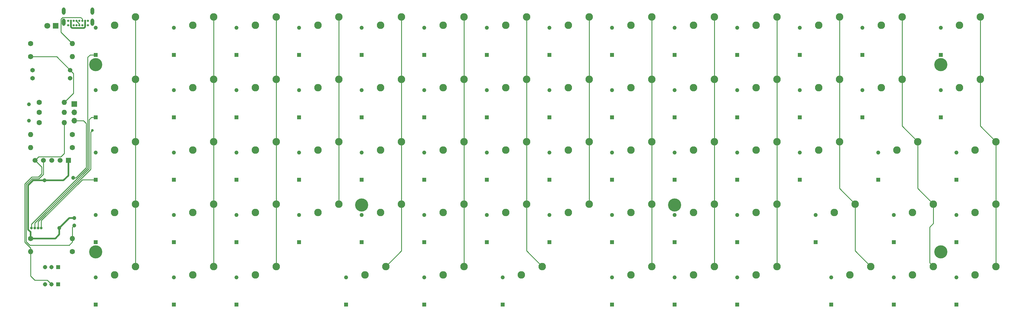
<source format=gbl>
%TF.GenerationSoftware,KiCad,Pcbnew,(6.0.2)*%
%TF.CreationDate,2022-02-18T22:42:53-07:00*%
%TF.ProjectId,Uniform,556e6966-6f72-46d2-9e6b-696361645f70,rev?*%
%TF.SameCoordinates,Original*%
%TF.FileFunction,Copper,L2,Bot*%
%TF.FilePolarity,Positive*%
%FSLAX46Y46*%
G04 Gerber Fmt 4.6, Leading zero omitted, Abs format (unit mm)*
G04 Created by KiCad (PCBNEW (6.0.2)) date 2022-02-18 22:42:53*
%MOMM*%
%LPD*%
G01*
G04 APERTURE LIST*
%TA.AperFunction,ComponentPad*%
%ADD10C,1.371600*%
%TD*%
%TA.AperFunction,ComponentPad*%
%ADD11C,1.600000*%
%TD*%
%TA.AperFunction,ComponentPad*%
%ADD12O,1.600000X1.600000*%
%TD*%
%TA.AperFunction,ComponentPad*%
%ADD13C,1.150000*%
%TD*%
%TA.AperFunction,ComponentPad*%
%ADD14R,1.508000X1.508000*%
%TD*%
%TA.AperFunction,ComponentPad*%
%ADD15C,1.508000*%
%TD*%
%TA.AperFunction,ComponentPad*%
%ADD16R,1.700000X1.700000*%
%TD*%
%TA.AperFunction,ComponentPad*%
%ADD17O,1.700000X1.700000*%
%TD*%
%TA.AperFunction,ComponentPad*%
%ADD18R,1.238000X1.238000*%
%TD*%
%TA.AperFunction,ComponentPad*%
%ADD19C,1.238000*%
%TD*%
%TA.AperFunction,ComponentPad*%
%ADD20C,2.286000*%
%TD*%
%TA.AperFunction,ComponentPad*%
%ADD21R,1.800000X1.800000*%
%TD*%
%TA.AperFunction,ComponentPad*%
%ADD22C,1.800000*%
%TD*%
%TA.AperFunction,ComponentPad*%
%ADD23R,1.308000X1.308000*%
%TD*%
%TA.AperFunction,ComponentPad*%
%ADD24C,1.308000*%
%TD*%
%TA.AperFunction,ComponentPad*%
%ADD25C,4.000000*%
%TD*%
%TA.AperFunction,ComponentPad*%
%ADD26C,0.650000*%
%TD*%
%TA.AperFunction,ComponentPad*%
%ADD27O,1.108000X2.216000*%
%TD*%
%TA.AperFunction,ViaPad*%
%ADD28C,1.200000*%
%TD*%
%TA.AperFunction,ViaPad*%
%ADD29C,0.800000*%
%TD*%
%TA.AperFunction,Conductor*%
%ADD30C,0.250000*%
%TD*%
%TA.AperFunction,Conductor*%
%ADD31C,0.500000*%
%TD*%
%TA.AperFunction,Conductor*%
%ADD32C,0.200000*%
%TD*%
G04 APERTURE END LIST*
D10*
%TO.P,C1,1*%
%TO.N,+5V*%
X54112500Y-127975000D03*
%TO.P,C1,2*%
%TO.N,GND*%
X54112500Y-125475000D03*
%TD*%
%TO.P,C2,1*%
%TO.N,+3V3*%
X42700000Y-125487500D03*
%TO.P,C2,2*%
%TO.N,GND*%
X42700000Y-127987500D03*
%TD*%
D11*
%TO.P,C3,1*%
%TO.N,+3V3*%
X44740000Y-141500000D03*
D12*
%TO.P,C3,2*%
%TO.N,GND*%
X52360000Y-141500000D03*
%TD*%
D11*
%TO.P,C4,1*%
%TO.N,+3V3*%
X44740000Y-135300000D03*
D12*
%TO.P,C4,2*%
%TO.N,GND*%
X52360000Y-135300000D03*
%TD*%
D11*
%TO.P,C5,1*%
%TO.N,+3V3*%
X44740000Y-138400000D03*
D12*
%TO.P,C5,2*%
%TO.N,GND*%
X52360000Y-138400000D03*
%TD*%
D13*
%TO.P,C6,1*%
%TO.N,+3V3*%
X41612500Y-140900000D03*
%TO.P,C6,2*%
%TO.N,GND*%
X41612500Y-135900000D03*
%TD*%
D14*
%TO.P,SWD,1,1*%
%TO.N,+3V3*%
X53587500Y-153000000D03*
D15*
%TO.P,SWD,2,2*%
%TO.N,SWDIO*%
X51047500Y-153000000D03*
%TO.P,SWD,3,3*%
%TO.N,SWCLK*%
X48507500Y-153000000D03*
%TO.P,SWD,4,4*%
%TO.N,RESET*%
X45967500Y-153000000D03*
%TO.P,SWD,5,5*%
%TO.N,GND*%
X43427500Y-153000000D03*
%TD*%
D16*
%TO.P,LED2,1,Pin_1*%
%TO.N,+5V*%
X55412500Y-135875000D03*
D17*
%TO.P,LED2,2,Pin_2*%
%TO.N,Net-(CON2-Pad2)*%
X55412500Y-138415000D03*
%TO.P,LED2,3,Pin_3*%
%TO.N,GND*%
X55412500Y-140955000D03*
%TD*%
D18*
%TO.P,D_0_0,1*%
%TO.N,R0*%
X61912500Y-120827250D03*
D19*
%TO.P,D_0_0,2*%
%TO.N,Net-(D_0_0-Pad2)*%
X61912500Y-112535250D03*
%TD*%
D18*
%TO.P,D_0_1,1*%
%TO.N,R0*%
X85725000Y-120827250D03*
D19*
%TO.P,D_0_1,2*%
%TO.N,Net-(D_0_1-Pad2)*%
X85725000Y-112535250D03*
%TD*%
D18*
%TO.P,D_0_2,1*%
%TO.N,R0*%
X104775000Y-120827250D03*
D19*
%TO.P,D_0_2,2*%
%TO.N,Net-(D_0_2-Pad2)*%
X104775000Y-112535250D03*
%TD*%
D18*
%TO.P,D_0_3,1*%
%TO.N,R0*%
X123825000Y-120827250D03*
D19*
%TO.P,D_0_3,2*%
%TO.N,Net-(D_0_3-Pad2)*%
X123825000Y-112535250D03*
%TD*%
D18*
%TO.P,D_0_4,1*%
%TO.N,R0*%
X142875000Y-120827250D03*
D19*
%TO.P,D_0_4,2*%
%TO.N,Net-(D_0_4-Pad2)*%
X142875000Y-112535250D03*
%TD*%
D18*
%TO.P,D_0_5,1*%
%TO.N,R0*%
X161925000Y-120827250D03*
D19*
%TO.P,D_0_5,2*%
%TO.N,Net-(D_0_5-Pad2)*%
X161925000Y-112535250D03*
%TD*%
D18*
%TO.P,D_0_6,1*%
%TO.N,R0*%
X180975000Y-120827250D03*
D19*
%TO.P,D_0_6,2*%
%TO.N,Net-(D_0_6-Pad2)*%
X180975000Y-112535250D03*
%TD*%
D18*
%TO.P,D_0_7,1*%
%TO.N,R0*%
X200025000Y-120827250D03*
D19*
%TO.P,D_0_7,2*%
%TO.N,Net-(D_0_7-Pad2)*%
X200025000Y-112535250D03*
%TD*%
D18*
%TO.P,D_0_8,1*%
%TO.N,R0*%
X219075000Y-120827250D03*
D19*
%TO.P,D_0_8,2*%
%TO.N,Net-(D_0_8-Pad2)*%
X219075000Y-112535250D03*
%TD*%
D18*
%TO.P,D_0_9,1*%
%TO.N,R0*%
X238125000Y-120827250D03*
D19*
%TO.P,D_0_9,2*%
%TO.N,Net-(D_0_9-Pad2)*%
X238125000Y-112535250D03*
%TD*%
D18*
%TO.P,D_0_10,1*%
%TO.N,R0*%
X257175000Y-120827250D03*
D19*
%TO.P,D_0_10,2*%
%TO.N,Net-(D_0_10-Pad2)*%
X257175000Y-112535250D03*
%TD*%
D18*
%TO.P,D_0_11,1*%
%TO.N,R0*%
X276225000Y-120827250D03*
D19*
%TO.P,D_0_11,2*%
%TO.N,Net-(D_0_11-Pad2)*%
X276225000Y-112535250D03*
%TD*%
D18*
%TO.P,D_0_12,1*%
%TO.N,R0*%
X295275000Y-120827250D03*
D19*
%TO.P,D_0_12,2*%
%TO.N,Net-(D_0_12-Pad2)*%
X295275000Y-112535250D03*
%TD*%
D18*
%TO.P,D_0_13,1*%
%TO.N,R0*%
X319087500Y-120827250D03*
D19*
%TO.P,D_0_13,2*%
%TO.N,Net-(D_0_13-Pad2)*%
X319087500Y-112535250D03*
%TD*%
D18*
%TO.P,D_1_0,1*%
%TO.N,R1*%
X61912500Y-139877250D03*
D19*
%TO.P,D_1_0,2*%
%TO.N,Net-(D_1_0-Pad2)*%
X61912500Y-131585250D03*
%TD*%
D18*
%TO.P,D_1_1,1*%
%TO.N,R1*%
X85725000Y-139877250D03*
D19*
%TO.P,D_1_1,2*%
%TO.N,Net-(D_1_1-Pad2)*%
X85725000Y-131585250D03*
%TD*%
D18*
%TO.P,D_1_2,1*%
%TO.N,R1*%
X104775000Y-139877250D03*
D19*
%TO.P,D_1_2,2*%
%TO.N,Net-(D_1_2-Pad2)*%
X104775000Y-131585250D03*
%TD*%
D18*
%TO.P,D_1_3,1*%
%TO.N,R1*%
X123825000Y-139877250D03*
D19*
%TO.P,D_1_3,2*%
%TO.N,Net-(D_1_3-Pad2)*%
X123825000Y-131585250D03*
%TD*%
D18*
%TO.P,D_1_4,1*%
%TO.N,R1*%
X142875000Y-139877250D03*
D19*
%TO.P,D_1_4,2*%
%TO.N,Net-(D_1_4-Pad2)*%
X142875000Y-131585250D03*
%TD*%
D18*
%TO.P,D_1_5,1*%
%TO.N,R1*%
X161925000Y-139877250D03*
D19*
%TO.P,D_1_5,2*%
%TO.N,Net-(D_1_5-Pad2)*%
X161925000Y-131585250D03*
%TD*%
D18*
%TO.P,D_1_6,1*%
%TO.N,R1*%
X180975000Y-139877250D03*
D19*
%TO.P,D_1_6,2*%
%TO.N,Net-(D_1_6-Pad2)*%
X180975000Y-131585250D03*
%TD*%
D18*
%TO.P,D_1_7,1*%
%TO.N,R1*%
X200025000Y-139877250D03*
D19*
%TO.P,D_1_7,2*%
%TO.N,Net-(D_1_7-Pad2)*%
X200025000Y-131585250D03*
%TD*%
D18*
%TO.P,D_1_8,1*%
%TO.N,R1*%
X219075000Y-139877250D03*
D19*
%TO.P,D_1_8,2*%
%TO.N,Net-(D_1_8-Pad2)*%
X219075000Y-131585250D03*
%TD*%
D18*
%TO.P,D_1_9,1*%
%TO.N,R1*%
X238125000Y-139877250D03*
D19*
%TO.P,D_1_9,2*%
%TO.N,Net-(D_1_9-Pad2)*%
X238125000Y-131585250D03*
%TD*%
D18*
%TO.P,D_1_10,1*%
%TO.N,R1*%
X257175000Y-139877250D03*
D19*
%TO.P,D_1_10,2*%
%TO.N,Net-(D_1_10-Pad2)*%
X257175000Y-131585250D03*
%TD*%
D18*
%TO.P,D_1_11,1*%
%TO.N,R1*%
X276225000Y-139877250D03*
D19*
%TO.P,D_1_11,2*%
%TO.N,Net-(D_1_11-Pad2)*%
X276225000Y-131585250D03*
%TD*%
D18*
%TO.P,D_1_12,1*%
%TO.N,R1*%
X295275000Y-139877250D03*
D19*
%TO.P,D_1_12,2*%
%TO.N,Net-(D_1_12-Pad2)*%
X295275000Y-131585250D03*
%TD*%
D18*
%TO.P,D_1_13,1*%
%TO.N,R1*%
X319087500Y-139877250D03*
D19*
%TO.P,D_1_13,2*%
%TO.N,Net-(D_1_13-Pad2)*%
X319087500Y-131585250D03*
%TD*%
D18*
%TO.P,D_2_0,1*%
%TO.N,R2*%
X61912500Y-158927250D03*
D19*
%TO.P,D_2_0,2*%
%TO.N,Net-(D_2_0-Pad2)*%
X61912500Y-150635250D03*
%TD*%
D18*
%TO.P,D_2_1,1*%
%TO.N,R2*%
X85725000Y-158927250D03*
D19*
%TO.P,D_2_1,2*%
%TO.N,Net-(D_2_1-Pad2)*%
X85725000Y-150635250D03*
%TD*%
D18*
%TO.P,D_2_2,1*%
%TO.N,R2*%
X104775000Y-158927250D03*
D19*
%TO.P,D_2_2,2*%
%TO.N,Net-(D_2_2-Pad2)*%
X104775000Y-150635250D03*
%TD*%
D18*
%TO.P,D_2_3,1*%
%TO.N,R2*%
X123825000Y-158927250D03*
D19*
%TO.P,D_2_3,2*%
%TO.N,Net-(D_2_3-Pad2)*%
X123825000Y-150635250D03*
%TD*%
D18*
%TO.P,D_2_4,1*%
%TO.N,R2*%
X142875000Y-158927250D03*
D19*
%TO.P,D_2_4,2*%
%TO.N,Net-(D_2_4-Pad2)*%
X142875000Y-150635250D03*
%TD*%
D18*
%TO.P,D_2_5,1*%
%TO.N,R2*%
X161925000Y-158927250D03*
D19*
%TO.P,D_2_5,2*%
%TO.N,Net-(D_2_5-Pad2)*%
X161925000Y-150635250D03*
%TD*%
D18*
%TO.P,D_2_6,1*%
%TO.N,R2*%
X180975000Y-158927250D03*
D19*
%TO.P,D_2_6,2*%
%TO.N,Net-(D_2_6-Pad2)*%
X180975000Y-150635250D03*
%TD*%
D18*
%TO.P,D_2_7,1*%
%TO.N,R2*%
X200025000Y-158927250D03*
D19*
%TO.P,D_2_7,2*%
%TO.N,Net-(D_2_7-Pad2)*%
X200025000Y-150635250D03*
%TD*%
D18*
%TO.P,D_2_8,1*%
%TO.N,R2*%
X219075000Y-158927250D03*
D19*
%TO.P,D_2_8,2*%
%TO.N,Net-(D_2_8-Pad2)*%
X219075000Y-150635250D03*
%TD*%
D18*
%TO.P,D_2_9,1*%
%TO.N,R2*%
X238125000Y-158927250D03*
D19*
%TO.P,D_2_9,2*%
%TO.N,Net-(D_2_9-Pad2)*%
X238125000Y-150635250D03*
%TD*%
D18*
%TO.P,D_2_10,1*%
%TO.N,R2*%
X257175000Y-158927250D03*
D19*
%TO.P,D_2_10,2*%
%TO.N,Net-(D_2_10-Pad2)*%
X257175000Y-150635250D03*
%TD*%
D18*
%TO.P,D_2_11,1*%
%TO.N,R2*%
X276225000Y-158927250D03*
D19*
%TO.P,D_2_11,2*%
%TO.N,Net-(D_2_11-Pad2)*%
X276225000Y-150635250D03*
%TD*%
D18*
%TO.P,D_2_12,1*%
%TO.N,R2*%
X300037500Y-158927250D03*
D19*
%TO.P,D_2_12,2*%
%TO.N,Net-(D_2_12-Pad2)*%
X300037500Y-150635250D03*
%TD*%
D18*
%TO.P,D_2_13,1*%
%TO.N,R2*%
X323850000Y-158927250D03*
D19*
%TO.P,D_2_13,2*%
%TO.N,Net-(D_2_13-Pad2)*%
X323850000Y-150635250D03*
%TD*%
D18*
%TO.P,D_3_0,1*%
%TO.N,R3*%
X61912500Y-177977250D03*
D19*
%TO.P,D_3_0,2*%
%TO.N,Net-(D_3_0-Pad2)*%
X61912500Y-169685250D03*
%TD*%
D18*
%TO.P,D_3_1,1*%
%TO.N,R3*%
X85725000Y-177977250D03*
D19*
%TO.P,D_3_1,2*%
%TO.N,Net-(D_3_1-Pad2)*%
X85725000Y-169685250D03*
%TD*%
D18*
%TO.P,D_3_2,1*%
%TO.N,R3*%
X104775000Y-177977250D03*
D19*
%TO.P,D_3_2,2*%
%TO.N,Net-(D_3_2-Pad2)*%
X104775000Y-169685250D03*
%TD*%
D18*
%TO.P,D_3_3,1*%
%TO.N,R3*%
X123825000Y-177977250D03*
D19*
%TO.P,D_3_3,2*%
%TO.N,Net-(D_3_3-Pad2)*%
X123825000Y-169685250D03*
%TD*%
D18*
%TO.P,D_3_4,1*%
%TO.N,R3*%
X142875000Y-177977250D03*
D19*
%TO.P,D_3_4,2*%
%TO.N,Net-(D_3_4-Pad2)*%
X142875000Y-169685250D03*
%TD*%
D18*
%TO.P,D_3_5,1*%
%TO.N,R3*%
X161925000Y-177977250D03*
D19*
%TO.P,D_3_5,2*%
%TO.N,Net-(D_3_5-Pad2)*%
X161925000Y-169685250D03*
%TD*%
D18*
%TO.P,D_3_6,1*%
%TO.N,R3*%
X180975000Y-177977250D03*
D19*
%TO.P,D_3_6,2*%
%TO.N,Net-(D_3_6-Pad2)*%
X180975000Y-169685250D03*
%TD*%
D18*
%TO.P,D_3_7,1*%
%TO.N,R3*%
X200025000Y-177977250D03*
D19*
%TO.P,D_3_7,2*%
%TO.N,Net-(D_3_7-Pad2)*%
X200025000Y-169685250D03*
%TD*%
D18*
%TO.P,D_3_8,1*%
%TO.N,R3*%
X219075000Y-177977250D03*
D19*
%TO.P,D_3_8,2*%
%TO.N,Net-(D_3_8-Pad2)*%
X219075000Y-169685250D03*
%TD*%
D18*
%TO.P,D_3_9,1*%
%TO.N,R3*%
X238125000Y-177977250D03*
D19*
%TO.P,D_3_9,2*%
%TO.N,Net-(D_3_9-Pad2)*%
X238125000Y-169685250D03*
%TD*%
D18*
%TO.P,D_3_10,1*%
%TO.N,R3*%
X257175000Y-177977250D03*
D19*
%TO.P,D_3_10,2*%
%TO.N,Net-(D_3_10-Pad2)*%
X257175000Y-169685250D03*
%TD*%
D18*
%TO.P,D_3_11,1*%
%TO.N,R3*%
X280987500Y-177977250D03*
D19*
%TO.P,D_3_11,2*%
%TO.N,Net-(D_3_11-Pad2)*%
X280987500Y-169685250D03*
%TD*%
D18*
%TO.P,D_3_12,1*%
%TO.N,R3*%
X304800000Y-177977250D03*
D19*
%TO.P,D_3_12,2*%
%TO.N,Net-(D_3_12-Pad2)*%
X304800000Y-169685250D03*
%TD*%
D18*
%TO.P,D_3_13,1*%
%TO.N,R3*%
X323850000Y-177977250D03*
D19*
%TO.P,D_3_13,2*%
%TO.N,Net-(D_3_13-Pad2)*%
X323850000Y-169685250D03*
%TD*%
D18*
%TO.P,D_4_0,1*%
%TO.N,R4*%
X61912500Y-197027250D03*
D19*
%TO.P,D_4_0,2*%
%TO.N,Net-(D_4_0-Pad2)*%
X61912500Y-188735250D03*
%TD*%
D18*
%TO.P,D_4_1,1*%
%TO.N,R4*%
X85725000Y-197027250D03*
D19*
%TO.P,D_4_1,2*%
%TO.N,Net-(D_4_1-Pad2)*%
X85725000Y-188735250D03*
%TD*%
D18*
%TO.P,D_4_2,1*%
%TO.N,R4*%
X104775000Y-197027250D03*
D19*
%TO.P,D_4_2,2*%
%TO.N,Net-(D_4_2-Pad2)*%
X104775000Y-188735250D03*
%TD*%
D18*
%TO.P,D_4_4,1*%
%TO.N,R4*%
X138112500Y-197027250D03*
D19*
%TO.P,D_4_4,2*%
%TO.N,Net-(D_4_4-Pad2)*%
X138112500Y-188735250D03*
%TD*%
D18*
%TO.P,D_4_5,1*%
%TO.N,R4*%
X161925000Y-197027250D03*
D19*
%TO.P,D_4_5,2*%
%TO.N,Net-(D_4_5-Pad2)*%
X161925000Y-188735250D03*
%TD*%
D18*
%TO.P,D_4_6,1*%
%TO.N,R4*%
X185737500Y-197027250D03*
D19*
%TO.P,D_4_6,2*%
%TO.N,Net-(D_4_6-Pad2)*%
X185737500Y-188735250D03*
%TD*%
D18*
%TO.P,D_4_8,1*%
%TO.N,R4*%
X219075000Y-197027250D03*
D19*
%TO.P,D_4_8,2*%
%TO.N,Net-(D_4_8-Pad2)*%
X219075000Y-188735250D03*
%TD*%
D18*
%TO.P,D_4_9,1*%
%TO.N,R4*%
X238125000Y-197027250D03*
D19*
%TO.P,D_4_9,2*%
%TO.N,Net-(D_4_9-Pad2)*%
X238125000Y-188735250D03*
%TD*%
D18*
%TO.P,D_4_10,1*%
%TO.N,R4*%
X257175000Y-197027250D03*
D19*
%TO.P,D_4_10,2*%
%TO.N,Net-(D_4_10-Pad2)*%
X257175000Y-188735250D03*
%TD*%
D18*
%TO.P,D_4_11,1*%
%TO.N,R4*%
X285750000Y-197027250D03*
D19*
%TO.P,D_4_11,2*%
%TO.N,Net-(D_4_11-Pad2)*%
X285750000Y-188735250D03*
%TD*%
D18*
%TO.P,D_4_12,1*%
%TO.N,R4*%
X304800000Y-197027250D03*
D19*
%TO.P,D_4_12,2*%
%TO.N,Net-(D_4_12-Pad2)*%
X304800000Y-188735250D03*
%TD*%
D18*
%TO.P,D_4_13,1*%
%TO.N,R4*%
X323850000Y-197027250D03*
D19*
%TO.P,D_4_13,2*%
%TO.N,Net-(D_4_13-Pad2)*%
X323850000Y-188735250D03*
%TD*%
D20*
%TO.P,K_0_0,1*%
%TO.N,C0*%
X73977500Y-109220000D03*
%TO.P,K_0_0,2*%
%TO.N,Net-(D_0_0-Pad2)*%
X67627500Y-111760000D03*
%TD*%
%TO.P,K_0_1,1*%
%TO.N,C1*%
X97790000Y-109220000D03*
%TO.P,K_0_1,2*%
%TO.N,Net-(D_0_1-Pad2)*%
X91440000Y-111760000D03*
%TD*%
%TO.P,K_0_2,1*%
%TO.N,C2*%
X116840000Y-109220000D03*
%TO.P,K_0_2,2*%
%TO.N,Net-(D_0_2-Pad2)*%
X110490000Y-111760000D03*
%TD*%
%TO.P,K_0_3,1*%
%TO.N,C3*%
X135890000Y-109220000D03*
%TO.P,K_0_3,2*%
%TO.N,Net-(D_0_3-Pad2)*%
X129540000Y-111760000D03*
%TD*%
%TO.P,K_0_4,1*%
%TO.N,C4*%
X154940000Y-109220000D03*
%TO.P,K_0_4,2*%
%TO.N,Net-(D_0_4-Pad2)*%
X148590000Y-111760000D03*
%TD*%
%TO.P,K_0_5,1*%
%TO.N,C5*%
X173990000Y-109220000D03*
%TO.P,K_0_5,2*%
%TO.N,Net-(D_0_5-Pad2)*%
X167640000Y-111760000D03*
%TD*%
%TO.P,K_0_6,1*%
%TO.N,C6*%
X193040000Y-109220000D03*
%TO.P,K_0_6,2*%
%TO.N,Net-(D_0_6-Pad2)*%
X186690000Y-111760000D03*
%TD*%
%TO.P,K_0_7,1*%
%TO.N,C7*%
X212090000Y-109220000D03*
%TO.P,K_0_7,2*%
%TO.N,Net-(D_0_7-Pad2)*%
X205740000Y-111760000D03*
%TD*%
%TO.P,K_0_8,1*%
%TO.N,C8*%
X231140000Y-109220000D03*
%TO.P,K_0_8,2*%
%TO.N,Net-(D_0_8-Pad2)*%
X224790000Y-111760000D03*
%TD*%
%TO.P,K_0_9,1*%
%TO.N,C9*%
X250190000Y-109220000D03*
%TO.P,K_0_9,2*%
%TO.N,Net-(D_0_9-Pad2)*%
X243840000Y-111760000D03*
%TD*%
%TO.P,K_0_10,1*%
%TO.N,C10*%
X269240000Y-109220000D03*
%TO.P,K_0_10,2*%
%TO.N,Net-(D_0_10-Pad2)*%
X262890000Y-111760000D03*
%TD*%
%TO.P,K_0_11,1*%
%TO.N,C11*%
X288290000Y-109220000D03*
%TO.P,K_0_11,2*%
%TO.N,Net-(D_0_11-Pad2)*%
X281940000Y-111760000D03*
%TD*%
%TO.P,K_0_12,1*%
%TO.N,C12*%
X307340000Y-109220000D03*
%TO.P,K_0_12,2*%
%TO.N,Net-(D_0_12-Pad2)*%
X300990000Y-111760000D03*
%TD*%
%TO.P,K_0_13,1*%
%TO.N,C13*%
X331152500Y-109220000D03*
%TO.P,K_0_13,2*%
%TO.N,Net-(D_0_13-Pad2)*%
X324802500Y-111760000D03*
%TD*%
%TO.P,K_1_0,1*%
%TO.N,C0*%
X73977500Y-128270000D03*
%TO.P,K_1_0,2*%
%TO.N,Net-(D_1_0-Pad2)*%
X67627500Y-130810000D03*
%TD*%
%TO.P,K_1_1,1*%
%TO.N,C1*%
X97790000Y-128270000D03*
%TO.P,K_1_1,2*%
%TO.N,Net-(D_1_1-Pad2)*%
X91440000Y-130810000D03*
%TD*%
%TO.P,K_1_2,1*%
%TO.N,C2*%
X116840000Y-128270000D03*
%TO.P,K_1_2,2*%
%TO.N,Net-(D_1_2-Pad2)*%
X110490000Y-130810000D03*
%TD*%
%TO.P,K_1_3,1*%
%TO.N,C3*%
X135890000Y-128270000D03*
%TO.P,K_1_3,2*%
%TO.N,Net-(D_1_3-Pad2)*%
X129540000Y-130810000D03*
%TD*%
%TO.P,K_1_4,1*%
%TO.N,C4*%
X154940000Y-128270000D03*
%TO.P,K_1_4,2*%
%TO.N,Net-(D_1_4-Pad2)*%
X148590000Y-130810000D03*
%TD*%
%TO.P,K_1_5,1*%
%TO.N,C5*%
X173990000Y-128270000D03*
%TO.P,K_1_5,2*%
%TO.N,Net-(D_1_5-Pad2)*%
X167640000Y-130810000D03*
%TD*%
%TO.P,K_1_6,1*%
%TO.N,C6*%
X193040000Y-128270000D03*
%TO.P,K_1_6,2*%
%TO.N,Net-(D_1_6-Pad2)*%
X186690000Y-130810000D03*
%TD*%
%TO.P,K_1_7,1*%
%TO.N,C7*%
X212090000Y-128270000D03*
%TO.P,K_1_7,2*%
%TO.N,Net-(D_1_7-Pad2)*%
X205740000Y-130810000D03*
%TD*%
%TO.P,K_1_8,1*%
%TO.N,C8*%
X231140000Y-128270000D03*
%TO.P,K_1_8,2*%
%TO.N,Net-(D_1_8-Pad2)*%
X224790000Y-130810000D03*
%TD*%
%TO.P,K_1_9,1*%
%TO.N,C9*%
X250190000Y-128270000D03*
%TO.P,K_1_9,2*%
%TO.N,Net-(D_1_9-Pad2)*%
X243840000Y-130810000D03*
%TD*%
%TO.P,K_1_10,1*%
%TO.N,C10*%
X269240000Y-128270000D03*
%TO.P,K_1_10,2*%
%TO.N,Net-(D_1_10-Pad2)*%
X262890000Y-130810000D03*
%TD*%
%TO.P,K_1_11,1*%
%TO.N,C11*%
X288290000Y-128270000D03*
%TO.P,K_1_11,2*%
%TO.N,Net-(D_1_11-Pad2)*%
X281940000Y-130810000D03*
%TD*%
%TO.P,K_1_12,1*%
%TO.N,C12*%
X307340000Y-128270000D03*
%TO.P,K_1_12,2*%
%TO.N,Net-(D_1_12-Pad2)*%
X300990000Y-130810000D03*
%TD*%
%TO.P,K_1_13,1*%
%TO.N,C13*%
X331152500Y-128270000D03*
%TO.P,K_1_13,2*%
%TO.N,Net-(D_1_13-Pad2)*%
X324802500Y-130810000D03*
%TD*%
%TO.P,K_2_0,1*%
%TO.N,C0*%
X73977500Y-147320000D03*
%TO.P,K_2_0,2*%
%TO.N,Net-(D_2_0-Pad2)*%
X67627500Y-149860000D03*
%TD*%
%TO.P,K_2_1,1*%
%TO.N,C1*%
X97790000Y-147320000D03*
%TO.P,K_2_1,2*%
%TO.N,Net-(D_2_1-Pad2)*%
X91440000Y-149860000D03*
%TD*%
%TO.P,K_2_2,1*%
%TO.N,C2*%
X116840000Y-147320000D03*
%TO.P,K_2_2,2*%
%TO.N,Net-(D_2_2-Pad2)*%
X110490000Y-149860000D03*
%TD*%
%TO.P,K_2_3,1*%
%TO.N,C3*%
X135890000Y-147320000D03*
%TO.P,K_2_3,2*%
%TO.N,Net-(D_2_3-Pad2)*%
X129540000Y-149860000D03*
%TD*%
%TO.P,K_2_4,1*%
%TO.N,C4*%
X154940000Y-147320000D03*
%TO.P,K_2_4,2*%
%TO.N,Net-(D_2_4-Pad2)*%
X148590000Y-149860000D03*
%TD*%
%TO.P,K_2_5,1*%
%TO.N,C5*%
X173990000Y-147320000D03*
%TO.P,K_2_5,2*%
%TO.N,Net-(D_2_5-Pad2)*%
X167640000Y-149860000D03*
%TD*%
%TO.P,K_2_6,1*%
%TO.N,C6*%
X193040000Y-147320000D03*
%TO.P,K_2_6,2*%
%TO.N,Net-(D_2_6-Pad2)*%
X186690000Y-149860000D03*
%TD*%
%TO.P,K_2_7,1*%
%TO.N,C7*%
X212090000Y-147320000D03*
%TO.P,K_2_7,2*%
%TO.N,Net-(D_2_7-Pad2)*%
X205740000Y-149860000D03*
%TD*%
%TO.P,K_2_8,1*%
%TO.N,C8*%
X231140000Y-147320000D03*
%TO.P,K_2_8,2*%
%TO.N,Net-(D_2_8-Pad2)*%
X224790000Y-149860000D03*
%TD*%
%TO.P,K_2_9,1*%
%TO.N,C9*%
X250190000Y-147320000D03*
%TO.P,K_2_9,2*%
%TO.N,Net-(D_2_9-Pad2)*%
X243840000Y-149860000D03*
%TD*%
%TO.P,K_2_10,1*%
%TO.N,C10*%
X269240000Y-147320000D03*
%TO.P,K_2_10,2*%
%TO.N,Net-(D_2_10-Pad2)*%
X262890000Y-149860000D03*
%TD*%
%TO.P,K_2_11,1*%
%TO.N,C11*%
X288290000Y-147320000D03*
%TO.P,K_2_11,2*%
%TO.N,Net-(D_2_11-Pad2)*%
X281940000Y-149860000D03*
%TD*%
%TO.P,K_2_12,1*%
%TO.N,C12*%
X312102500Y-147320000D03*
%TO.P,K_2_12,2*%
%TO.N,Net-(D_2_12-Pad2)*%
X305752500Y-149860000D03*
%TD*%
%TO.P,K_2_13,1*%
%TO.N,C13*%
X335915000Y-147320000D03*
%TO.P,K_2_13,2*%
%TO.N,Net-(D_2_13-Pad2)*%
X329565000Y-149860000D03*
%TD*%
%TO.P,K_3_0,1*%
%TO.N,C0*%
X73977500Y-166370000D03*
%TO.P,K_3_0,2*%
%TO.N,Net-(D_3_0-Pad2)*%
X67627500Y-168910000D03*
%TD*%
%TO.P,K_3_1,1*%
%TO.N,C1*%
X97790000Y-166370000D03*
%TO.P,K_3_1,2*%
%TO.N,Net-(D_3_1-Pad2)*%
X91440000Y-168910000D03*
%TD*%
%TO.P,K_3_2,1*%
%TO.N,C2*%
X116840000Y-166370000D03*
%TO.P,K_3_2,2*%
%TO.N,Net-(D_3_2-Pad2)*%
X110490000Y-168910000D03*
%TD*%
%TO.P,K_3_3,1*%
%TO.N,C3*%
X135890000Y-166370000D03*
%TO.P,K_3_3,2*%
%TO.N,Net-(D_3_3-Pad2)*%
X129540000Y-168910000D03*
%TD*%
%TO.P,K_3_4,1*%
%TO.N,C4*%
X154940000Y-166370000D03*
%TO.P,K_3_4,2*%
%TO.N,Net-(D_3_4-Pad2)*%
X148590000Y-168910000D03*
%TD*%
%TO.P,K_3_5,1*%
%TO.N,C5*%
X173990000Y-166370000D03*
%TO.P,K_3_5,2*%
%TO.N,Net-(D_3_5-Pad2)*%
X167640000Y-168910000D03*
%TD*%
%TO.P,K_3_6,1*%
%TO.N,C6*%
X193040000Y-166370000D03*
%TO.P,K_3_6,2*%
%TO.N,Net-(D_3_6-Pad2)*%
X186690000Y-168910000D03*
%TD*%
%TO.P,K_3_7,1*%
%TO.N,C7*%
X212090000Y-166370000D03*
%TO.P,K_3_7,2*%
%TO.N,Net-(D_3_7-Pad2)*%
X205740000Y-168910000D03*
%TD*%
%TO.P,K_3_8,1*%
%TO.N,C8*%
X231140000Y-166370000D03*
%TO.P,K_3_8,2*%
%TO.N,Net-(D_3_8-Pad2)*%
X224790000Y-168910000D03*
%TD*%
%TO.P,K_3_9,1*%
%TO.N,C9*%
X250190000Y-166370000D03*
%TO.P,K_3_9,2*%
%TO.N,Net-(D_3_9-Pad2)*%
X243840000Y-168910000D03*
%TD*%
%TO.P,K_3_10,1*%
%TO.N,C10*%
X269240000Y-166370000D03*
%TO.P,K_3_10,2*%
%TO.N,Net-(D_3_10-Pad2)*%
X262890000Y-168910000D03*
%TD*%
%TO.P,K_3_11,1*%
%TO.N,C11*%
X293052500Y-166370000D03*
%TO.P,K_3_11,2*%
%TO.N,Net-(D_3_11-Pad2)*%
X286702500Y-168910000D03*
%TD*%
%TO.P,K_3_12,1*%
%TO.N,C12*%
X316865000Y-166370000D03*
%TO.P,K_3_12,2*%
%TO.N,Net-(D_3_12-Pad2)*%
X310515000Y-168910000D03*
%TD*%
%TO.P,K_3_13,1*%
%TO.N,C13*%
X335915000Y-166370000D03*
%TO.P,K_3_13,2*%
%TO.N,Net-(D_3_13-Pad2)*%
X329565000Y-168910000D03*
%TD*%
%TO.P,K_4_0,1*%
%TO.N,C0*%
X73977500Y-185420000D03*
%TO.P,K_4_0,2*%
%TO.N,Net-(D_4_0-Pad2)*%
X67627500Y-187960000D03*
%TD*%
%TO.P,K_4_1,1*%
%TO.N,C1*%
X97790000Y-185420000D03*
%TO.P,K_4_1,2*%
%TO.N,Net-(D_4_1-Pad2)*%
X91440000Y-187960000D03*
%TD*%
%TO.P,K_4_2,1*%
%TO.N,C2*%
X116840000Y-185420000D03*
%TO.P,K_4_2,2*%
%TO.N,Net-(D_4_2-Pad2)*%
X110490000Y-187960000D03*
%TD*%
%TO.P,K_4_4,1*%
%TO.N,C4*%
X150177500Y-185420000D03*
%TO.P,K_4_4,2*%
%TO.N,Net-(D_4_4-Pad2)*%
X143827500Y-187960000D03*
%TD*%
%TO.P,K_4_5,1*%
%TO.N,C5*%
X173990000Y-185420000D03*
%TO.P,K_4_5,2*%
%TO.N,Net-(D_4_5-Pad2)*%
X167640000Y-187960000D03*
%TD*%
%TO.P,K_4_6,1*%
%TO.N,C6*%
X197802500Y-185420000D03*
%TO.P,K_4_6,2*%
%TO.N,Net-(D_4_6-Pad2)*%
X191452500Y-187960000D03*
%TD*%
%TO.P,K_4_8,1*%
%TO.N,C8*%
X231140000Y-185420000D03*
%TO.P,K_4_8,2*%
%TO.N,Net-(D_4_8-Pad2)*%
X224790000Y-187960000D03*
%TD*%
%TO.P,K_4_9,1*%
%TO.N,C9*%
X250190000Y-185420000D03*
%TO.P,K_4_9,2*%
%TO.N,Net-(D_4_9-Pad2)*%
X243840000Y-187960000D03*
%TD*%
%TO.P,K_4_10,1*%
%TO.N,C10*%
X269240000Y-185420000D03*
%TO.P,K_4_10,2*%
%TO.N,Net-(D_4_10-Pad2)*%
X262890000Y-187960000D03*
%TD*%
%TO.P,K_4_11,1*%
%TO.N,C11*%
X297815000Y-185420000D03*
%TO.P,K_4_11,2*%
%TO.N,Net-(D_4_11-Pad2)*%
X291465000Y-187960000D03*
%TD*%
%TO.P,K_4_12,1*%
%TO.N,C12*%
X316865000Y-185420000D03*
%TO.P,K_4_12,2*%
%TO.N,Net-(D_4_12-Pad2)*%
X310515000Y-187960000D03*
%TD*%
%TO.P,K_4_13,1*%
%TO.N,C13*%
X335915000Y-185420000D03*
%TO.P,K_4_13,2*%
%TO.N,Net-(D_4_13-Pad2)*%
X329565000Y-187960000D03*
%TD*%
D21*
%TO.P,LED1,1,K*%
%TO.N,GND*%
X49725000Y-112000000D03*
D22*
%TO.P,LED1,2,A*%
%TO.N,Net-(LED1-Pad2)*%
X47185000Y-112000000D03*
%TD*%
D11*
%TO.P,R1,1*%
%TO.N,GND*%
X42100000Y-117400000D03*
D12*
%TO.P,R1,2*%
%TO.N,Net-(R1-Pad2)*%
X54800000Y-117400000D03*
%TD*%
D11*
%TO.P,R2,1*%
%TO.N,BOOT*%
X54800000Y-180900000D03*
D12*
%TO.P,R2,2*%
%TO.N,GND*%
X42100000Y-180900000D03*
%TD*%
D11*
%TO.P,R3,1*%
%TO.N,GND*%
X42100000Y-121400000D03*
D12*
%TO.P,R3,2*%
%TO.N,Net-(R3-Pad2)*%
X54800000Y-121400000D03*
%TD*%
D11*
%TO.P,R4,1*%
%TO.N,+3V3*%
X42100000Y-176900000D03*
D12*
%TO.P,R4,2*%
%TO.N,RESET*%
X54800000Y-176900000D03*
%TD*%
D11*
%TO.P,R5,1*%
%TO.N,Net-(CON2-Pad2)*%
X54800000Y-145150000D03*
D12*
%TO.P,R5,2*%
%TO.N,LED_DATA*%
X42100000Y-145150000D03*
%TD*%
D11*
%TO.P,R6,1*%
%TO.N,STATUS_LED_DATA*%
X54800000Y-149150000D03*
D12*
%TO.P,R6,2*%
%TO.N,Net-(LED1-Pad2)*%
X42100000Y-149150000D03*
%TD*%
D23*
%TO.P,S1,1,1*%
%TO.N,BOOT*%
X50462500Y-185650000D03*
D24*
%TO.P,S1,2,2*%
%TO.N,+3V3*%
X48462500Y-185650000D03*
%TO.P,S1,3,3*%
%TO.N,unconnected-(S1-Pad3)*%
X46462500Y-185650000D03*
%TD*%
D23*
%TO.P,S2,1,1*%
%TO.N,RESET*%
X50462500Y-190900000D03*
D24*
%TO.P,S2,2,2*%
%TO.N,GND*%
X48462500Y-190900000D03*
%TO.P,S2,3,3*%
%TO.N,unconnected-(S2-Pad3)*%
X46462500Y-190900000D03*
%TD*%
D25*
%TO.P,HOLE_M3,1*%
%TO.N,N/C*%
X61912500Y-123825000D03*
%TD*%
%TO.P,HOLE_M3,1*%
%TO.N,N/C*%
X319087500Y-123825000D03*
%TD*%
%TO.P,HOLE_M3,1*%
%TO.N,N/C*%
X61912500Y-180975000D03*
%TD*%
%TO.P,HOLE_M3,1*%
%TO.N,N/C*%
X319087500Y-180975000D03*
%TD*%
%TO.P,HOLE_M3,1*%
%TO.N,N/C*%
X142875000Y-166687500D03*
%TD*%
%TO.P,HOLE_M3,1*%
%TO.N,N/C*%
X238125000Y-166687500D03*
%TD*%
D26*
%TO.P,USBC1,A1,GND*%
%TO.N,GND*%
X53550000Y-111825000D03*
%TO.P,USBC1,A4,VBUS*%
%TO.N,+5V*%
X54400000Y-111825000D03*
%TO.P,USBC1,A5,CC1*%
%TO.N,Net-(R3-Pad2)*%
X55250000Y-111825000D03*
%TO.P,USBC1,A6,DP1*%
%TO.N,D_P*%
X56100000Y-111825000D03*
%TO.P,USBC1,A7,DN1*%
%TO.N,D_N*%
X56950000Y-111825000D03*
%TO.P,USBC1,A8,SBU1*%
%TO.N,unconnected-(USBC1-PadA8)*%
X57800000Y-111825000D03*
%TO.P,USBC1,A9,VBUS*%
%TO.N,+5V*%
X58650000Y-111825000D03*
%TO.P,USBC1,A12,GND*%
%TO.N,GND*%
X59500000Y-111825000D03*
%TO.P,USBC1,B1,GND*%
X59500000Y-110475000D03*
%TO.P,USBC1,B4,VBUS*%
%TO.N,+5V*%
X58650000Y-110475000D03*
%TO.P,USBC1,B5,CC2*%
%TO.N,Net-(R1-Pad2)*%
X57800000Y-110475000D03*
%TO.P,USBC1,B6,DP2*%
%TO.N,D_P*%
X56950000Y-110475000D03*
%TO.P,USBC1,B7,DN2*%
%TO.N,D_N*%
X56100000Y-110475000D03*
%TO.P,USBC1,B8,SBU2*%
%TO.N,unconnected-(USBC1-PadB8)*%
X55250000Y-110475000D03*
%TO.P,USBC1,B9,VBUS*%
%TO.N,+5V*%
X54400000Y-110475000D03*
%TO.P,USBC1,B12,GND*%
%TO.N,GND*%
X53550000Y-110475000D03*
D27*
%TO.P,USBC1,P1,SHELL*%
X52200000Y-110845000D03*
%TO.P,USBC1,P2,SHELL*%
X60850000Y-110845000D03*
%TO.P,USBC1,P3,SHELL*%
X60850000Y-107465000D03*
%TO.P,USBC1,P4,SHELL*%
X52200000Y-107465000D03*
%TD*%
D28*
%TO.N,GND*%
X55087500Y-158324500D03*
%TO.N,+3V3*%
X55350000Y-170673540D03*
X46350000Y-159150000D03*
X50850000Y-173650000D03*
%TO.N,RESET*%
X55350000Y-172900000D03*
D29*
%TO.N,R0*%
X42351491Y-173650000D03*
%TO.N,R1*%
X43350994Y-173650000D03*
%TO.N,R2*%
X45350000Y-173650000D03*
%TO.N,C13*%
X60850000Y-143900000D03*
X44350497Y-173650000D03*
%TD*%
D30*
%TO.N,GND*%
X54112500Y-125475000D02*
X50037500Y-121400000D01*
X42100000Y-188362500D02*
X42100000Y-180900000D01*
X50037500Y-121400000D02*
X42100000Y-121400000D01*
X55122811Y-132537189D02*
X52360000Y-135300000D01*
X44506011Y-151921489D02*
X51303511Y-151921489D01*
X47162500Y-189600000D02*
X43337500Y-189600000D01*
X42425830Y-158125960D02*
X44488322Y-158125960D01*
X48462500Y-190900000D02*
X47162500Y-189600000D01*
X59001440Y-141763940D02*
X58192500Y-140955000D01*
X40325960Y-160225830D02*
X42425830Y-158125960D01*
X42100000Y-179785718D02*
X40325960Y-178011677D01*
X55882628Y-158324500D02*
X59001440Y-155205688D01*
X59001440Y-155205688D02*
X59001440Y-141763940D01*
X45517980Y-155090480D02*
X43427500Y-153000000D01*
X55122811Y-126485311D02*
X55122811Y-132537189D01*
X51303511Y-151921489D02*
X52360000Y-150865000D01*
X45517980Y-157096302D02*
X45517980Y-155090480D01*
X54112500Y-125475000D02*
X55122811Y-126485311D01*
X55087500Y-158324500D02*
X55882628Y-158324500D01*
X43337500Y-189600000D02*
X42100000Y-188362500D01*
X40325960Y-178011677D02*
X40325960Y-160225830D01*
X43427500Y-153000000D02*
X44506011Y-151921489D01*
X58192500Y-140955000D02*
X55412500Y-140955000D01*
X44488322Y-158125960D02*
X45517980Y-157096302D01*
X42100000Y-180900000D02*
X42100000Y-179785718D01*
X52360000Y-150865000D02*
X52360000Y-141500000D01*
D31*
%TO.N,+5V*%
X58650000Y-112284619D02*
X58650000Y-111825000D01*
X54400000Y-111825000D02*
X54400000Y-112284619D01*
X54400000Y-112284619D02*
X54714892Y-112599511D01*
X54714892Y-112599511D02*
X58335108Y-112599511D01*
X58650000Y-111825000D02*
X58650000Y-110475000D01*
X54400000Y-111825000D02*
X54400000Y-110475000D01*
X58335108Y-112599511D02*
X58650000Y-112284619D01*
%TO.N,+3V3*%
X55350000Y-170673540D02*
X53826460Y-170673540D01*
X46350000Y-159150000D02*
X42850000Y-159150000D01*
X53587500Y-157662500D02*
X53587500Y-153000000D01*
X42100000Y-174900000D02*
X42100000Y-176900000D01*
X46350000Y-159150000D02*
X52100000Y-159150000D01*
X52100000Y-159150000D02*
X53587500Y-157662500D01*
X53826460Y-170673540D02*
X50850000Y-173650000D01*
X50850000Y-173650000D02*
X50850000Y-175650000D01*
X50850000Y-175650000D02*
X49600000Y-176900000D01*
X49600000Y-176900000D02*
X42100000Y-176900000D01*
X41350000Y-160650000D02*
X41350000Y-174150000D01*
X42850000Y-159150000D02*
X41350000Y-160650000D01*
X41350000Y-174150000D02*
X42100000Y-174900000D01*
D30*
%TO.N,RESET*%
X41850000Y-178900000D02*
X53850000Y-178900000D01*
X44674520Y-158575480D02*
X42612027Y-158575480D01*
X40775480Y-177825480D02*
X41850000Y-178900000D01*
X42612027Y-158575480D02*
X40775480Y-160412027D01*
X40775480Y-160412027D02*
X40775480Y-177825480D01*
X53850000Y-178900000D02*
X54800000Y-177950000D01*
X54800000Y-177950000D02*
X54800000Y-176900000D01*
X54800000Y-173450000D02*
X55350000Y-172900000D01*
X45967500Y-153000000D02*
X45967500Y-157282500D01*
X45967500Y-157282500D02*
X44674520Y-158575480D01*
X54800000Y-173450000D02*
X54800000Y-176900000D01*
%TO.N,R0*%
X59450960Y-155391886D02*
X59450960Y-121549040D01*
X42351491Y-172491356D02*
X43771423Y-171071423D01*
X60172750Y-120827250D02*
X61912500Y-120827250D01*
X42351491Y-173650000D02*
X42351491Y-172491356D01*
X43771423Y-171071423D02*
X59450960Y-155391886D01*
X59450960Y-121549040D02*
X60172750Y-120827250D01*
%TO.N,R1*%
X59900480Y-140599520D02*
X60622750Y-139877250D01*
X60622750Y-139877250D02*
X61912500Y-139877250D01*
X43350994Y-172127571D02*
X44964282Y-170514282D01*
X59900480Y-155578084D02*
X59900480Y-140599520D01*
X44964282Y-170514282D02*
X59900480Y-155578084D01*
X43350994Y-173650000D02*
X43350994Y-172127571D01*
%TO.N,R2*%
X45350000Y-173650000D02*
X45350000Y-171400000D01*
X45350000Y-171400000D02*
X57822750Y-158927250D01*
X57822750Y-158927250D02*
X61912500Y-158927250D01*
%TO.N,C0*%
X73977500Y-109220000D02*
X73977500Y-128270000D01*
X73977500Y-128270000D02*
X73977500Y-147320000D01*
X73977500Y-147320000D02*
X73977500Y-166370000D01*
X73977500Y-185420000D02*
X73977500Y-166370000D01*
%TO.N,C1*%
X97790000Y-128270000D02*
X97790000Y-109220000D01*
X97790000Y-185420000D02*
X97790000Y-166370000D01*
X97790000Y-147320000D02*
X97790000Y-128270000D01*
X97790000Y-166370000D02*
X97790000Y-147320000D01*
%TO.N,C2*%
X116840000Y-128270000D02*
X116840000Y-147320000D01*
X116840000Y-185420000D02*
X116840000Y-166370000D01*
X116840000Y-109220000D02*
X116840000Y-128270000D01*
X116840000Y-147320000D02*
X116840000Y-166370000D01*
%TO.N,C3*%
X135890000Y-147320000D02*
X135890000Y-128270000D01*
X135890000Y-128270000D02*
X135890000Y-109220000D01*
X135890000Y-147320000D02*
X135890000Y-166370000D01*
%TO.N,C4*%
X154940000Y-147320000D02*
X154940000Y-166370000D01*
X154940000Y-109220000D02*
X154940000Y-128270000D01*
X154940000Y-166370000D02*
X154940000Y-180657500D01*
X154940000Y-180657500D02*
X150177500Y-185420000D01*
X154940000Y-128270000D02*
X154940000Y-147320000D01*
%TO.N,C5*%
X173990000Y-166370000D02*
X173990000Y-147320000D01*
X173990000Y-128270000D02*
X173990000Y-109220000D01*
X173990000Y-147320000D02*
X173990000Y-128270000D01*
X173990000Y-185420000D02*
X173990000Y-166370000D01*
%TO.N,C6*%
X193040000Y-109220000D02*
X193040000Y-128270000D01*
X193040000Y-147320000D02*
X193040000Y-166370000D01*
X193040000Y-180657500D02*
X197802500Y-185420000D01*
X193040000Y-166370000D02*
X193040000Y-180657500D01*
X193040000Y-128270000D02*
X193040000Y-147320000D01*
%TO.N,C7*%
X212090000Y-166370000D02*
X212090000Y-147320000D01*
X212090000Y-128270000D02*
X212090000Y-109220000D01*
X212090000Y-147320000D02*
X212090000Y-128270000D01*
%TO.N,C8*%
X231140000Y-166370000D02*
X231140000Y-185420000D01*
X231140000Y-128270000D02*
X231140000Y-147320000D01*
X231140000Y-109220000D02*
X231140000Y-128270000D01*
X231140000Y-147320000D02*
X231140000Y-166370000D01*
%TO.N,C9*%
X250190000Y-128270000D02*
X250190000Y-109220000D01*
X250190000Y-185420000D02*
X250190000Y-166370000D01*
X250190000Y-166370000D02*
X250190000Y-147320000D01*
X250190000Y-147320000D02*
X250190000Y-128270000D01*
%TO.N,C10*%
X269240000Y-128270000D02*
X269240000Y-147320000D01*
X269240000Y-109220000D02*
X269240000Y-128270000D01*
X269240000Y-166370000D02*
X269240000Y-185420000D01*
X269240000Y-147320000D02*
X269240000Y-166370000D01*
%TO.N,C11*%
X288290000Y-147320000D02*
X288290000Y-161607500D01*
X288290000Y-147320000D02*
X288290000Y-128270000D01*
X288290000Y-161607500D02*
X293052500Y-166370000D01*
X293052500Y-166370000D02*
X293052500Y-180657500D01*
X288290000Y-128270000D02*
X288290000Y-109220000D01*
X293052500Y-180657500D02*
X297815000Y-185420000D01*
%TO.N,C12*%
X316865000Y-185420000D02*
X315722000Y-184277000D01*
X307340000Y-109220000D02*
X307340000Y-128270000D01*
X316865000Y-172285000D02*
X316865000Y-166370000D01*
X312102500Y-161607500D02*
X316865000Y-166370000D01*
X307340000Y-128270000D02*
X307340000Y-142557500D01*
X307340000Y-142557500D02*
X312102500Y-147320000D01*
X315722000Y-184277000D02*
X315722000Y-173428000D01*
X312102500Y-147320000D02*
X312102500Y-161607500D01*
X315722000Y-173428000D02*
X316865000Y-172285000D01*
%TO.N,C13*%
X331152500Y-128270000D02*
X331152500Y-109220000D01*
X60350000Y-144400000D02*
X60850000Y-143900000D01*
X335915000Y-185420000D02*
X335915000Y-166370000D01*
X331152500Y-142557500D02*
X335915000Y-147320000D01*
X331152500Y-128270000D02*
X331152500Y-142557500D01*
X60350000Y-155764282D02*
X60350000Y-144400000D01*
X45907141Y-170207141D02*
X60350000Y-155764282D01*
X44350497Y-173650000D02*
X44350497Y-171763786D01*
X335915000Y-166370000D02*
X335915000Y-147320000D01*
X44350497Y-171763786D02*
X45907141Y-170207141D01*
%TO.N,Net-(R1-Pad2)*%
X51321480Y-113921480D02*
X54800000Y-117400000D01*
X57800000Y-109850000D02*
X57800000Y-110475000D01*
X57350000Y-109400000D02*
X57800000Y-109850000D01*
X51848586Y-109400000D02*
X51321480Y-109927106D01*
X51848586Y-109400000D02*
X57350000Y-109400000D01*
X51321480Y-109927106D02*
X51321480Y-113921480D01*
%TO.N,D_N*%
X56100000Y-110543548D02*
X56100000Y-110475000D01*
X56950000Y-111825000D02*
X56950000Y-111393548D01*
X56950000Y-111393548D02*
X56100000Y-110543548D01*
D32*
X56100000Y-110515381D02*
X56100000Y-110475000D01*
%TD*%
M02*

</source>
